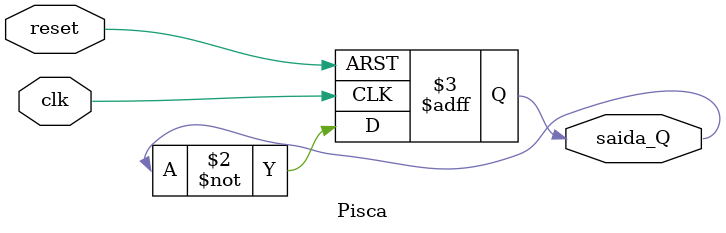
<source format=sv>
module Pisca(
  input logic clk, reset,
  output logic saida_Q
);
  
  always_ff @ (posedge reset or posedge clk) begin
    if (reset)
      saida_Q <= 0;
    else 
      saida_Q <= ~saida_Q;
  end

  
endmodule
</source>
